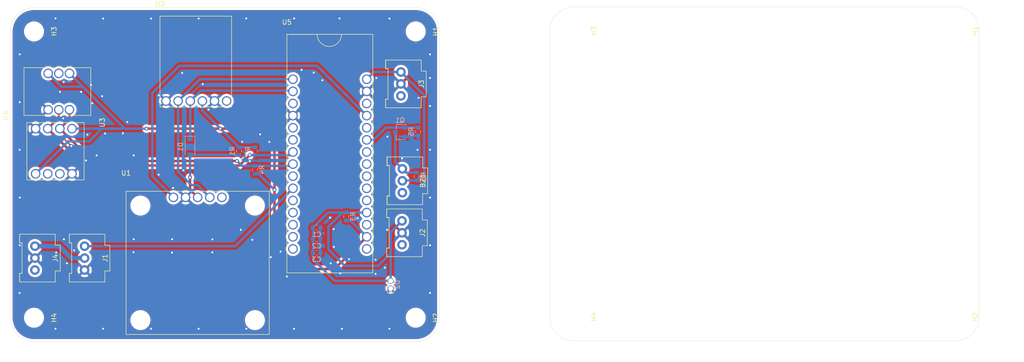
<source format=kicad_pcb>
(kicad_pcb (version 20171130) (host pcbnew "(5.1.9)-1")
  (layers (0 F.Cu signal) (31 B.Cu signal) (34 B.Paste user) (35 F.Paste user) (36 B.SilkS user) (37 F.SilkS user) (38 B.Mask user) (39 F.Mask user) (44 Edge.Cuts user))
  (net 0 "")
  (net 1 "Net-(BZ1-Pad2)")
  (net 2 +9V)
  (net 3 GND)
  (net 4 /FP)
  (net 5 "Net-(D1-Pad2)")
  (net 6 /OL_TXO)
  (net 7 +6V)
  (net 8 /KRS)
  (net 9 "Net-(J2-Pad3)")
  (net 10 "Net-(J3-Pad3)")
  (net 11 "Net-(J4-Pad3)")
  (net 12 /BUZZ)
  (net 13 +3V3)
  (net 14 /I2C_SCL)
  (net 15 +5V)
  (net 16 "Net-(U1-Pad5)")
  (net 17 /OL_RXI)
  (net 18 "Net-(U2-Pad6)")
  (net 19 "Net-(U3-Pad7)")
  (net 20 "Net-(U3-Pad6)")
  (net 21 "Net-(U4-Pad5)")
  (net 22 "Net-(U5-Pad28)")
  (net 23 "Net-(U5-Pad26)")
  (net 24 "Net-(U5-Pad24)")
  (net 25 "Net-(U5-Pad23)")
  (net 26 "Net-(U5-Pad22)")
  (net 27 "Net-(U5-Pad21)")
  (net 28 "Net-(U5-Pad20)")
  (net 29 "Net-(U5-Pad18)")
  (net 30 "Net-(U5-Pad16)")
  (net 31 "Net-(U5-Pad15)")
  (net 32 "Net-(U5-Pad14)")
  (net 33 "Net-(U5-Pad13)")
  (net 34 "Net-(U5-Pad12)")
  (net 35 "Net-(U5-Pad9)")
  (net 36 "Net-(U5-Pad6)")
  (net 37 "Net-(U5-Pad5)")
  (net 38 "Net-(U5-Pad3)")
  (net 39 /I2C_SDA)
  (net 40 "Net-(U5-Pad11)")
  (module MountingHole:MountingHole_3.2mm_M3 (layer F.Cu) (at 161.1 120.05 270)
    (fp_text reference H4 (at 0 -4.2 90) (layer F.SilkS))
    (fp_text value MountingHole)
    (pad 1 np_thru_hole circle (at 0 0 270) (size 3.2 3.2) (drill 3.2) (layers *.Cu *.Mask))
  )
  (module MountingHole:MountingHole_3.2mm_M3 (layer F.Cu) (at 161.1 60.05 270)
    (fp_text reference H3 (at 0 -4.2 90) (layer F.SilkS))
    (fp_text value MountingHole)
    (pad 1 np_thru_hole circle (at 0 0 270) (size 3.2 3.2) (drill 3.2) (layers *.Cu *.Mask))
  )
  (module MountingHole:MountingHole_3.2mm_M3 (layer F.Cu) (at 241.1 120.05 270)
    (fp_text reference H2 (at 0 -4.2 90) (layer F.SilkS))
    (fp_text value MountingHole)
    (pad 1 np_thru_hole circle (at 0 0 270) (size 3.2 3.2) (drill 3.2) (layers *.Cu *.Mask))
  )
  (module MountingHole:MountingHole_3.2mm_M3 (layer F.Cu) (at 241.1 60.05 270)
    (fp_text reference H1 (at 0 -4.2 90) (layer F.SilkS))
    (fp_text value MountingHole)
    (pad 1 np_thru_hole circle (at 0 0 270) (size 3.2 3.2) (drill 3.2) (layers *.Cu *.Mask))
  )
  (module KADA:stm32f303k8 (layer F.Cu) (at 101 60.8)
    (fp_text reference U5 (at 0 -2.54) (layer F.SilkS))
    (fp_text value stm32f303k8)
    (fp_line (start 18 50) (end 0 50) (layer F.SilkS) (width 0.12))
    (fp_line (start 18 0) (end 18 50) (layer F.SilkS) (width 0.12))
    (fp_line (start 0 0) (end 5.08 0) (layer F.SilkS) (width 0.12))
    (fp_line (start 18 0) (end 0 0) (layer F.SilkS) (width 0.12))
    (fp_line (start 0 0) (end 0 50) (layer F.SilkS) (width 0.12))
    (fp_arc (start 8.89 0) (end 6.35 0) (angle -180) (layer F.SilkS) (width 0.12))
    (pad 30 thru_hole circle (at 16.73 9.42) (size 2 2) (drill 1.5) (layers *.Cu *.Mask) (net 2 +9V))
    (pad 29 thru_hole circle (at 16.73 11.96) (size 2 2) (drill 1.5) (layers *.Cu *.Mask) (net 3 GND))
    (pad 28 thru_hole circle (at 16.73 14.5) (size 2 2) (drill 1.5) (layers *.Cu *.Mask) (net 22 "Net-(U5-Pad28)"))
    (pad 27 thru_hole circle (at 16.73 17.04) (size 2 2) (drill 1.5) (layers *.Cu *.Mask) (net 15 +5V))
    (pad 26 thru_hole circle (at 16.73 19.58) (size 2 2) (drill 1.5) (layers *.Cu *.Mask) (net 23 "Net-(U5-Pad26)"))
    (pad 25 thru_hole circle (at 16.73 22.12) (size 2 2) (drill 1.5) (layers *.Cu *.Mask) (net 12 /BUZZ))
    (pad 24 thru_hole circle (at 16.73 24.66) (size 2 2) (drill 1.5) (layers *.Cu *.Mask) (net 24 "Net-(U5-Pad24)"))
    (pad 23 thru_hole circle (at 16.73 27.2) (size 2 2) (drill 1.5) (layers *.Cu *.Mask) (net 25 "Net-(U5-Pad23)"))
    (pad 22 thru_hole circle (at 16.73 29.74) (size 2 2) (drill 1.5) (layers *.Cu *.Mask) (net 26 "Net-(U5-Pad22)"))
    (pad 21 thru_hole circle (at 16.73 32.28) (size 2 2) (drill 1.5) (layers *.Cu *.Mask) (net 27 "Net-(U5-Pad21)"))
    (pad 20 thru_hole circle (at 16.73 34.82) (size 2 2) (drill 1.5) (layers *.Cu *.Mask) (net 28 "Net-(U5-Pad20)"))
    (pad 19 thru_hole circle (at 16.73 37.36) (size 2 2) (drill 1.5) (layers *.Cu *.Mask) (net 4 /FP))
    (pad 18 thru_hole circle (at 16.73 39.9) (size 2 2) (drill 1.5) (layers *.Cu *.Mask) (net 29 "Net-(U5-Pad18)"))
    (pad 17 thru_hole circle (at 16.73 42.44) (size 2 2) (drill 1.5) (layers *.Cu *.Mask) (net 13 +3V3))
    (pad 16 thru_hole circle (at 16.73 44.98) (size 2 2) (drill 1.5) (layers *.Cu *.Mask) (net 30 "Net-(U5-Pad16)"))
    (pad 15 thru_hole circle (at 1.27 44.98) (size 2 2) (drill 1.5) (layers *.Cu *.Mask) (net 31 "Net-(U5-Pad15)"))
    (pad 14 thru_hole circle (at 1.27 42.44) (size 2 2) (drill 1.5) (layers *.Cu *.Mask) (net 32 "Net-(U5-Pad14)"))
    (pad 13 thru_hole circle (at 1.27 39.9) (size 2 2) (drill 1.5) (layers *.Cu *.Mask) (net 33 "Net-(U5-Pad13)"))
    (pad 12 thru_hole circle (at 1.27 37.36) (size 2 2) (drill 1.5) (layers *.Cu *.Mask) (net 34 "Net-(U5-Pad12)"))
    (pad 11 thru_hole circle (at 1.27 34.82) (size 2 2) (drill 1.5) (layers *.Cu *.Mask) (net 40 "Net-(U5-Pad11)"))
    (pad 10 thru_hole circle (at 1.27 32.28) (size 2 2) (drill 1.5) (layers *.Cu *.Mask) (net 8 /KRS))
    (pad 9 thru_hole circle (at 1.27 29.74) (size 2 2) (drill 1.5) (layers *.Cu *.Mask) (net 35 "Net-(U5-Pad9)"))
    (pad 8 thru_hole circle (at 1.27 27.2) (size 2 2) (drill 1.5) (layers *.Cu *.Mask) (net 14 /I2C_SCL))
    (pad 7 thru_hole circle (at 1.27 24.66) (size 2 2) (drill 1.5) (layers *.Cu *.Mask) (net 39 /I2C_SDA))
    (pad 6 thru_hole circle (at 1.27 22.12) (size 2 2) (drill 1.5) (layers *.Cu *.Mask) (net 36 "Net-(U5-Pad6)"))
    (pad 5 thru_hole circle (at 1.27 19.58) (size 2 2) (drill 1.5) (layers *.Cu *.Mask) (net 37 "Net-(U5-Pad5)"))
    (pad 4 thru_hole circle (at 1.27 17.04) (size 2 2) (drill 1.5) (layers *.Cu *.Mask) (net 3 GND))
    (pad 3 thru_hole circle (at 1.27 14.5) (size 2 2) (drill 1.5) (layers *.Cu *.Mask) (net 38 "Net-(U5-Pad3)"))
    (pad 2 thru_hole circle (at 1.27 11.96) (size 2 2) (drill 1.5) (layers *.Cu *.Mask) (net 6 /OL_TXO))
    (pad 1 thru_hole circle (at 1.27 9.42) (size 2 2) (drill 1.5) (layers *.Cu *.Mask) (net 17 /OL_RXI))
  )
  (module Diode_SMD:D_SOD-123 (layer B.Cu) (at 80.7 84.4 270)
    (fp_text reference D1 (at 0 2 90) (layer B.SilkS) (effects (justify mirror)))
    (fp_text value 1N4148)
    (fp_line (start -2.25 1) (end 1.65 1) (layer B.SilkS) (width 0.12))
    (fp_line (start -2.25 -1) (end 1.65 -1) (layer B.SilkS) (width 0.12))
    (fp_line (start -2.25 1) (end -2.25 -1) (layer B.SilkS) (width 0.12))
    (pad 2 smd rect (at 1.65 0 270) (size 0.9 1.2) (layers B.Cu B.Paste B.Mask) (net 5 "Net-(D1-Pad2)"))
    (pad 1 smd rect (at -1.65 0 270) (size 0.9 1.2) (layers B.Cu B.Paste B.Mask) (net 6 /OL_TXO))
  )
  (module Package_TO_SOT_SMD:SOT-23 (layer B.Cu) (at 124.7 81.3 180)
    (fp_text reference Q1 (at 0 2.5) (layer B.SilkS) (effects (justify mirror)))
    (fp_text value 2N7002K)
    (fp_line (start 0.76 -1.58) (end 0.76 -0.65) (layer B.SilkS) (width 0.12))
    (fp_line (start 0.76 1.58) (end 0.76 0.65) (layer B.SilkS) (width 0.12))
    (fp_line (start 0.76 1.58) (end -1.4 1.58) (layer B.SilkS) (width 0.12))
    (fp_line (start 0.76 -1.58) (end -0.7 -1.58) (layer B.SilkS) (width 0.12))
    (pad 3 smd rect (at 1 0 180) (size 0.9 0.8) (layers B.Cu B.Paste B.Mask) (net 1 "Net-(BZ1-Pad2)"))
    (pad 2 smd rect (at -1 -0.95 180) (size 0.9 0.8) (layers B.Cu B.Paste B.Mask) (net 3 GND))
    (pad 1 smd rect (at -1 0.95 180) (size 0.9 0.8) (layers B.Cu B.Paste B.Mask) (net 12 /BUZZ))
  )
  (module KUT:Hirose_DF1E_DF1E-3P-2.5DS_1x03_P2.5mm_Vertical (layer F.Cu) (at 58.6 105.2 270)
    (fp_text reference J1 (at 2.5 -4.3 90) (layer F.SilkS))
    (fp_text value servo_motor)
    (fp_line (start -2.5 3.2) (end -0.7 3.2) (layer F.SilkS) (width 0.12))
    (fp_line (start -0.7 3.2) (end -0.7 2.7) (layer F.SilkS) (width 0.12))
    (fp_line (start 7.5 3.2) (end 5.7 3.2) (layer F.SilkS) (width 0.12))
    (fp_line (start 5.7 3.2) (end 5.7 2.7) (layer F.SilkS) (width 0.12))
    (fp_line (start -0.2 -5.3) (end -0.2 -4.25) (layer F.SilkS) (width 0.12))
    (fp_line (start -0.2 -4.25) (end -2.5 -4.25) (layer F.SilkS) (width 0.12))
    (fp_line (start -2.5 3.2) (end -0.7 3.2) (layer F.SilkS) (width 0.12))
    (fp_line (start -0.7 3.2) (end -0.7 2.7) (layer F.SilkS) (width 0.12))
    (fp_line (start -0.7 2.7) (end 5.7 2.7) (layer F.SilkS) (width 0.12))
    (fp_line (start 5.7 2.7) (end 5.7 3.2) (layer F.SilkS) (width 0.12))
    (fp_line (start 5.7 3.2) (end 7.5 3.2) (layer F.SilkS) (width 0.12))
    (fp_line (start 7.5 -4.25) (end 5.2 -4.25) (layer F.SilkS) (width 0.12))
    (fp_line (start 5.2 -4.25) (end 5.2 -5.3) (layer F.SilkS) (width 0.12))
    (fp_line (start 5.2 -5.3) (end -0.2 -5.3) (layer F.SilkS) (width 0.12))
    (fp_line (start -2.5 -4.25) (end -2.5 3.2) (layer F.SilkS) (width 0.12))
    (fp_line (start 7.5 3.2) (end 7.5 -4.25) (layer F.SilkS) (width 0.12))
    (pad 3 thru_hole circle (at 5 0 270) (size 2 2) (drill 1.1) (layers *.Cu *.Mask) (net 3 GND))
    (pad 2 thru_hole circle (at 2.5 0 270) (size 2 2) (drill 1.1) (layers *.Cu *.Mask) (net 7 +6V))
    (pad 1 thru_hole circle (at 0 0 270) (size 2 2) (drill 1.1) (layers *.Cu *.Mask) (net 8 /KRS))
  )
  (module KADA:BMX055 (layer F.Cu) (at 45.9 77.8 90)
    (fp_text reference U4 (at 0 -3.81 90) (layer F.SilkS))
    (fp_text value BMX055)
    (fp_line (start 10 0) (end 10 14) (layer F.SilkS) (width 0.12))
    (fp_line (start 0 14) (end 10 14) (layer F.SilkS) (width 0.12))
    (fp_line (start 0 0) (end 0 14) (layer F.SilkS) (width 0.12))
    (fp_line (start 0 0) (end 10 0) (layer F.SilkS) (width 0.12))
    (pad 4 thru_hole circle (at 8.81 9.53 90) (size 2 2) (drill 1.5) (layers *.Cu *.Mask) (net 13 +3V3))
    (pad 5 thru_hole circle (at 8.81 7.3 90) (size 2 2) (drill 1.5) (layers *.Cu *.Mask) (net 21 "Net-(U4-Pad5)"))
    (pad 6 thru_hole circle (at 8.81 5.07 90) (size 2 2) (drill 1.5) (layers *.Cu *.Mask) (net 13 +3V3))
    (pad 3 thru_hole circle (at 1.19 9.53 90) (size 2 2) (drill 1.5) (layers *.Cu *.Mask) (net 14 /I2C_SCL))
    (pad 2 thru_hole circle (at 1.19 7.3 90) (size 2 2) (drill 1.5) (layers *.Cu *.Mask) (net 39 /I2C_SDA))
    (pad 1 thru_hole circle (at 1.19 5.07 90) (size 2 2) (drill 1.5) (layers *.Cu *.Mask) (net 3 GND))
  )
  (module KADA:LPS25HB (layer F.Cu) (at 58.5 79.3 270)
    (fp_text reference U3 (at 0 -3.81 90) (layer F.SilkS))
    (fp_text value LPS25HB)
    (fp_line (start 0 0) (end 12 0) (layer F.SilkS) (width 0.12))
    (fp_line (start 0 0) (end 0 12) (layer F.SilkS) (width 0.12))
    (fp_line (start 0 12) (end 12 12) (layer F.SilkS) (width 0.12))
    (fp_line (start 12 0) (end 12 12) (layer F.SilkS) (width 0.12))
    (pad 8 thru_hole circle (at 10.73 2.54 270) (size 2 2) (drill 1.5) (layers *.Cu *.Mask) (net 3 GND))
    (pad 7 thru_hole circle (at 10.73 5.08 270) (size 2 2) (drill 1.5) (layers *.Cu *.Mask) (net 19 "Net-(U3-Pad7)"))
    (pad 6 thru_hole circle (at 10.73 7.62 270) (size 2 2) (drill 1.5) (layers *.Cu *.Mask) (net 20 "Net-(U3-Pad6)"))
    (pad 5 thru_hole circle (at 10.73 10.16 270) (size 2 2) (drill 1.5) (layers *.Cu *.Mask) (net 13 +3V3))
    (pad 4 thru_hole circle (at 1.27 10.16 270) (size 2 2) (drill 1.5) (layers *.Cu *.Mask) (net 3 GND))
    (pad 3 thru_hole circle (at 1.27 7.62 270) (size 2 2) (drill 1.5) (layers *.Cu *.Mask) (net 39 /I2C_SDA))
    (pad 2 thru_hole circle (at 1.27 5.08 270) (size 2 2) (drill 1.5) (layers *.Cu *.Mask) (net 14 /I2C_SCL))
    (pad 1 thru_hole circle (at 1.27 2.54 270) (size 2 2) (drill 1.5) (layers *.Cu *.Mask) (net 13 +3V3))
  )
  (module KADA:Openlog (layer F.Cu) (at 74.4 57)
    (fp_text reference U2 (at 0 -2.54) (layer F.SilkS))
    (fp_text value openlog)
    (fp_line (start 15 0) (end 15 19) (layer F.SilkS) (width 0.12))
    (fp_line (start 0 19) (end 15 19) (layer F.SilkS) (width 0.12))
    (fp_line (start 0 0) (end 0 19) (layer F.SilkS) (width 0.12))
    (fp_line (start 0 0) (end 15 0) (layer F.SilkS) (width 0.12))
    (pad 6 thru_hole circle (at 13.97 17.78) (size 2 2) (drill 1.5) (layers *.Cu *.Mask) (net 18 "Net-(U2-Pad6)"))
    (pad 5 thru_hole circle (at 11.43 17.78) (size 2 2) (drill 1.5) (layers *.Cu *.Mask) (net 3 GND))
    (pad 4 thru_hole circle (at 8.89 17.78) (size 2 2) (drill 1.5) (layers *.Cu *.Mask) (net 13 +3V3))
    (pad 3 thru_hole circle (at 6.35 17.78) (size 2 2) (drill 1.5) (layers *.Cu *.Mask) (net 6 /OL_TXO))
    (pad 2 thru_hole circle (at 3.81 17.78) (size 2 2) (drill 1.5) (layers *.Cu *.Mask) (net 17 /OL_RXI))
    (pad 1 thru_hole circle (at 1.27 17.78) (size 2 2) (drill 1.5) (layers *.Cu *.Mask) (net 3 GND))
  )
  (module KADA:GYSFDMAXB (layer F.Cu) (at 67.3 93.7)
    (fp_text reference U1 (at 0 -3.81) (layer F.SilkS))
    (fp_text value GYSFDMAXB)
    (fp_line (start 0 0) (end 30 0) (layer F.SilkS) (width 0.12))
    (fp_line (start 0 0) (end 0 30) (layer F.SilkS) (width 0.12))
    (fp_line (start 0 30) (end 30 30) (layer F.SilkS) (width 0.12))
    (fp_line (start 30 0) (end 30 30) (layer F.SilkS) (width 0.12))
    (pad "" np_thru_hole circle (at 27 27) (size 3.2 3.2) (drill 3.2) (layers *.Cu *.Mask))
    (pad "" np_thru_hole circle (at 3 27) (size 3.2 3.2) (drill 3.2) (layers *.Cu *.Mask))
    (pad "" np_thru_hole circle (at 27 3) (size 3.2 3.2) (drill 3.2) (layers *.Cu *.Mask))
    (pad "" np_thru_hole circle (at 3 3) (size 3.2 3.2) (drill 3.2) (layers *.Cu *.Mask))
    (pad 1 thru_hole circle (at 9.92 1.27) (size 2 2) (drill 1.5) (layers *.Cu *.Mask) (net 15 +5V))
    (pad 2 thru_hole circle (at 12.46 1.27) (size 2 2) (drill 1.5) (layers *.Cu *.Mask) (net 3 GND))
    (pad 5 thru_hole circle (at 20.08 1.27) (size 2 2) (drill 1.5) (layers *.Cu *.Mask) (net 16 "Net-(U1-Pad5)"))
    (pad 4 thru_hole circle (at 17.54 1.27) (size 2 2) (drill 1.5) (layers *.Cu *.Mask) (net 17 /OL_RXI))
    (pad 3 thru_hole circle (at 15 1.27) (size 2 2) (drill 1.5) (layers *.Cu *.Mask) (net 5 "Net-(D1-Pad2)"))
  )
  (module Resistor_SMD:R_0603_1608Metric (layer B.Cu) (at 128.2 90.6 90)
    (fp_text reference R6 (at 0 1.43 90) (layer B.SilkS) (effects (justify mirror)))
    (fp_text value 1k)
    (fp_line (start -0.237258 0.5225) (end 0.237258 0.5225) (layer B.SilkS) (width 0.12))
    (fp_line (start -0.237258 -0.5225) (end 0.237258 -0.5225) (layer B.SilkS) (width 0.12))
    (pad 2 smd roundrect (at 0.825 0 90) (size 0.8 0.95) (layers B.Cu B.Paste B.Mask) (net 1 "Net-(BZ1-Pad2)"))
    (pad 1 smd roundrect (at -0.825 0 90) (size 0.8 0.95) (layers B.Cu B.Paste B.Mask) (net 2 +9V))
  )
  (module Resistor_SMD:R_0603_1608Metric (layer B.Cu) (at 128.5 81.2 270)
    (fp_text reference R5 (at 0 1.43 90) (layer B.SilkS) (effects (justify mirror)))
    (fp_text value 1k)
    (fp_line (start -0.237258 0.5225) (end 0.237258 0.5225) (layer B.SilkS) (width 0.12))
    (fp_line (start -0.237258 -0.5225) (end 0.237258 -0.5225) (layer B.SilkS) (width 0.12))
    (pad 2 smd roundrect (at 0.825 0 270) (size 0.8 0.95) (layers B.Cu B.Paste B.Mask) (net 3 GND))
    (pad 1 smd roundrect (at -0.825 0 270) (size 0.8 0.95) (layers B.Cu B.Paste B.Mask) (net 12 /BUZZ))
  )
  (module Resistor_SMD:R_0603_1608Metric (layer B.Cu) (at 94.3 89.2 90)
    (fp_text reference R4 (at 0 1.43 90) (layer B.SilkS) (effects (justify mirror)))
    (fp_text value 10k)
    (fp_line (start -0.237258 0.5225) (end 0.237258 0.5225) (layer B.SilkS) (width 0.12))
    (fp_line (start -0.237258 -0.5225) (end 0.237258 -0.5225) (layer B.SilkS) (width 0.12))
    (pad 2 smd roundrect (at 0.825 0 90) (size 0.8 0.95) (layers B.Cu B.Paste B.Mask) (net 14 /I2C_SCL))
    (pad 1 smd roundrect (at -0.825 0 90) (size 0.8 0.95) (layers B.Cu B.Paste B.Mask) (net 13 +3V3))
  )
  (module Resistor_SMD:R_0603_1608Metric (layer B.Cu) (at 113.45 98.975 90)
    (fp_text reference R3 (at 0 1.43 90) (layer B.SilkS) (effects (justify mirror)))
    (fp_text value 1k)
    (fp_line (start -0.237258 0.5225) (end 0.237258 0.5225) (layer B.SilkS) (width 0.12))
    (fp_line (start -0.237258 -0.5225) (end 0.237258 -0.5225) (layer B.SilkS) (width 0.12))
    (pad 2 smd roundrect (at 0.825 0 90) (size 0.8 0.95) (layers B.Cu B.Paste B.Mask) (net 4 /FP))
    (pad 1 smd roundrect (at -0.825 0 90) (size 0.8 0.95) (layers B.Cu B.Paste B.Mask) (net 13 +3V3))
  )
  (module Resistor_SMD:R_0603_1608Metric (layer B.Cu) (at 94.3 85.3 270)
    (fp_text reference R2 (at 0 1.43 90) (layer B.SilkS) (effects (justify mirror)))
    (fp_text value 10k)
    (fp_line (start -0.237258 0.5225) (end 0.237258 0.5225) (layer B.SilkS) (width 0.12))
    (fp_line (start -0.237258 -0.5225) (end 0.237258 -0.5225) (layer B.SilkS) (width 0.12))
    (pad 2 smd roundrect (at 0.825 0 270) (size 0.8 0.95) (layers B.Cu B.Paste B.Mask) (net 39 /I2C_SDA))
    (pad 1 smd roundrect (at -0.825 0 270) (size 0.8 0.95) (layers B.Cu B.Paste B.Mask) (net 13 +3V3))
  )
  (module Resistor_SMD:R_0603_1608Metric (layer B.Cu) (at 91 85.3 270)
    (fp_text reference R1 (at 0 1.43 90) (layer B.SilkS) (effects (justify mirror)))
    (fp_text value 10k)
    (fp_line (start -0.237258 0.5225) (end 0.237258 0.5225) (layer B.SilkS) (width 0.12))
    (fp_line (start -0.237258 -0.5225) (end 0.237258 -0.5225) (layer B.SilkS) (width 0.12))
    (pad 2 smd roundrect (at 0.825 0 270) (size 0.8 0.95) (layers B.Cu B.Paste B.Mask) (net 5 "Net-(D1-Pad2)"))
    (pad 1 smd roundrect (at -0.825 0 270) (size 0.8 0.95) (layers B.Cu B.Paste B.Mask) (net 13 +3V3))
  )
  (module KUT:Hirose_DF1E_DF1E-3P-2.5DS_1x03_P2.5mm_Vertical (layer F.Cu) (at 48.2 105.2 270)
    (fp_text reference J4 (at 2.5 -4.3 90) (layer F.SilkS))
    (fp_text value 6V)
    (fp_line (start -2.5 3.2) (end -0.7 3.2) (layer F.SilkS) (width 0.12))
    (fp_line (start -0.7 3.2) (end -0.7 2.7) (layer F.SilkS) (width 0.12))
    (fp_line (start 7.5 3.2) (end 5.7 3.2) (layer F.SilkS) (width 0.12))
    (fp_line (start 5.7 3.2) (end 5.7 2.7) (layer F.SilkS) (width 0.12))
    (fp_line (start -0.2 -5.3) (end -0.2 -4.25) (layer F.SilkS) (width 0.12))
    (fp_line (start -0.2 -4.25) (end -2.5 -4.25) (layer F.SilkS) (width 0.12))
    (fp_line (start -2.5 3.2) (end -0.7 3.2) (layer F.SilkS) (width 0.12))
    (fp_line (start -0.7 3.2) (end -0.7 2.7) (layer F.SilkS) (width 0.12))
    (fp_line (start -0.7 2.7) (end 5.7 2.7) (layer F.SilkS) (width 0.12))
    (fp_line (start 5.7 2.7) (end 5.7 3.2) (layer F.SilkS) (width 0.12))
    (fp_line (start 5.7 3.2) (end 7.5 3.2) (layer F.SilkS) (width 0.12))
    (fp_line (start 7.5 -4.25) (end 5.2 -4.25) (layer F.SilkS) (width 0.12))
    (fp_line (start 5.2 -4.25) (end 5.2 -5.3) (layer F.SilkS) (width 0.12))
    (fp_line (start 5.2 -5.3) (end -0.2 -5.3) (layer F.SilkS) (width 0.12))
    (fp_line (start -2.5 -4.25) (end -2.5 3.2) (layer F.SilkS) (width 0.12))
    (fp_line (start 7.5 3.2) (end 7.5 -4.25) (layer F.SilkS) (width 0.12))
    (pad 3 thru_hole circle (at 5 0 270) (size 2 2) (drill 1.1) (layers *.Cu *.Mask) (net 11 "Net-(J4-Pad3)"))
    (pad 2 thru_hole circle (at 2.5 0 270) (size 2 2) (drill 1.1) (layers *.Cu *.Mask) (net 3 GND))
    (pad 1 thru_hole circle (at 0 0 270) (size 2 2) (drill 1.1) (layers *.Cu *.Mask) (net 7 +6V))
  )
  (module KUT:Hirose_DF1E_DF1E-3P-2.5DS_1x03_P2.5mm_Vertical (layer F.Cu) (at 124.9 68.7 270)
    (fp_text reference J3 (at 2.5 -4.3 90) (layer F.SilkS))
    (fp_text value 9V)
    (fp_line (start -2.5 3.2) (end -0.7 3.2) (layer F.SilkS) (width 0.12))
    (fp_line (start -0.7 3.2) (end -0.7 2.7) (layer F.SilkS) (width 0.12))
    (fp_line (start 7.5 3.2) (end 5.7 3.2) (layer F.SilkS) (width 0.12))
    (fp_line (start 5.7 3.2) (end 5.7 2.7) (layer F.SilkS) (width 0.12))
    (fp_line (start -0.2 -5.3) (end -0.2 -4.25) (layer F.SilkS) (width 0.12))
    (fp_line (start -0.2 -4.25) (end -2.5 -4.25) (layer F.SilkS) (width 0.12))
    (fp_line (start -2.5 3.2) (end -0.7 3.2) (layer F.SilkS) (width 0.12))
    (fp_line (start -0.7 3.2) (end -0.7 2.7) (layer F.SilkS) (width 0.12))
    (fp_line (start -0.7 2.7) (end 5.7 2.7) (layer F.SilkS) (width 0.12))
    (fp_line (start 5.7 2.7) (end 5.7 3.2) (layer F.SilkS) (width 0.12))
    (fp_line (start 5.7 3.2) (end 7.5 3.2) (layer F.SilkS) (width 0.12))
    (fp_line (start 7.5 -4.25) (end 5.2 -4.25) (layer F.SilkS) (width 0.12))
    (fp_line (start 5.2 -4.25) (end 5.2 -5.3) (layer F.SilkS) (width 0.12))
    (fp_line (start 5.2 -5.3) (end -0.2 -5.3) (layer F.SilkS) (width 0.12))
    (fp_line (start -2.5 -4.25) (end -2.5 3.2) (layer F.SilkS) (width 0.12))
    (fp_line (start 7.5 3.2) (end 7.5 -4.25) (layer F.SilkS) (width 0.12))
    (pad 3 thru_hole circle (at 5 0 270) (size 2 2) (drill 1.1) (layers *.Cu *.Mask) (net 10 "Net-(J3-Pad3)"))
    (pad 2 thru_hole circle (at 2.5 0 270) (size 2 2) (drill 1.1) (layers *.Cu *.Mask) (net 3 GND))
    (pad 1 thru_hole circle (at 0 0 270) (size 2 2) (drill 1.1) (layers *.Cu *.Mask) (net 2 +9V))
  )
  (module KUT:Hirose_DF1E_DF1E-3P-2.5DS_1x03_P2.5mm_Vertical (layer F.Cu) (at 125.125 99.9 270)
    (fp_text reference J2 (at 2.5 -4.3 90) (layer F.SilkS))
    (fp_text value Flyte_Pin)
    (fp_line (start 7.5 3.2) (end 7.5 -4.25) (layer F.SilkS) (width 0.12))
    (fp_line (start -2.5 -4.25) (end -2.5 3.2) (layer F.SilkS) (width 0.12))
    (fp_line (start 5.2 -5.3) (end -0.2 -5.3) (layer F.SilkS) (width 0.12))
    (fp_line (start 5.2 -4.25) (end 5.2 -5.3) (layer F.SilkS) (width 0.12))
    (fp_line (start 7.5 -4.25) (end 5.2 -4.25) (layer F.SilkS) (width 0.12))
    (fp_line (start 5.7 3.2) (end 7.5 3.2) (layer F.SilkS) (width 0.12))
    (fp_line (start 5.7 2.7) (end 5.7 3.2) (layer F.SilkS) (width 0.12))
    (fp_line (start -0.7 2.7) (end 5.7 2.7) (layer F.SilkS) (width 0.12))
    (fp_line (start -0.7 3.2) (end -0.7 2.7) (layer F.SilkS) (width 0.12))
    (fp_line (start -2.5 3.2) (end -0.7 3.2) (layer F.SilkS) (width 0.12))
    (fp_line (start -0.2 -4.25) (end -2.5 -4.25) (layer F.SilkS) (width 0.12))
    (fp_line (start -0.2 -5.3) (end -0.2 -4.25) (layer F.SilkS) (width 0.12))
    (fp_line (start 5.7 3.2) (end 5.7 2.7) (layer F.SilkS) (width 0.12))
    (fp_line (start 7.5 3.2) (end 5.7 3.2) (layer F.SilkS) (width 0.12))
    (fp_line (start -0.7 3.2) (end -0.7 2.7) (layer F.SilkS) (width 0.12))
    (fp_line (start -2.5 3.2) (end -0.7 3.2) (layer F.SilkS) (width 0.12))
    (pad 1 thru_hole circle (at 0 0 270) (size 2 2) (drill 1.1) (layers *.Cu *.Mask) (net 4 /FP))
    (pad 2 thru_hole circle (at 2.5 0 270) (size 2 2) (drill 1.1) (layers *.Cu *.Mask) (net 3 GND))
    (pad 3 thru_hole circle (at 5 0 270) (size 2 2) (drill 1.1) (layers *.Cu *.Mask) (net 9 "Net-(J2-Pad3)"))
  )
  (module MountingHole:MountingHole_3.2mm_M3 (layer F.Cu) (at 48 120.2 270)
    (fp_text reference H4 (at 0 -4.2 90) (layer F.SilkS))
    (fp_text value MountingHole)
    (pad 1 np_thru_hole circle (at 0 0 270) (size 3.2 3.2) (drill 3.2) (layers *.Cu *.Mask))
  )
  (module MountingHole:MountingHole_3.2mm_M3 (layer F.Cu) (at 48 60.2 270)
    (fp_text reference H3 (at 0 -4.2 90) (layer F.SilkS))
    (fp_text value MountingHole)
    (pad 1 np_thru_hole circle (at 0 0 270) (size 3.2 3.2) (drill 3.2) (layers *.Cu *.Mask))
  )
  (module MountingHole:MountingHole_3.2mm_M3 (layer F.Cu) (at 128 120.2 270)
    (fp_text reference H2 (at 0 -4.2 90) (layer F.SilkS))
    (fp_text value MountingHole)
    (pad 1 np_thru_hole circle (at 0 0 270) (size 3.2 3.2) (drill 3.2) (layers *.Cu *.Mask))
  )
  (module MountingHole:MountingHole_3.2mm_M3 (layer F.Cu) (at 128 60.2 270)
    (fp_text reference H1 (at 0 -4.2 90) (layer F.SilkS))
    (fp_text value MountingHole)
    (pad 1 np_thru_hole circle (at 0 0 270) (size 3.2 3.2) (drill 3.2) (layers *.Cu *.Mask))
  )
  (module LED_SMD:LED_0603_1608Metric_Castellated (layer B.Cu) (at 122.75 113.275 90)
    (fp_text reference D2 (at 0 1.38 90) (layer B.SilkS) (effects (justify mirror)))
    (fp_text value LED)
    (fp_line (start 0.8 0.685) (end -1.685 0.685) (layer B.SilkS) (width 0.12))
    (fp_line (start -1.685 0.685) (end -1.685 -0.685) (layer B.SilkS) (width 0.12))
    (fp_line (start -1.685 -0.685) (end 0.8 -0.685) (layer B.SilkS) (width 0.12))
    (pad 2 thru_hole circle (at 0.8125 0 90) (size 1.225 1.225) (drill 1) (layers *.Cu *.Mask) (net 4 /FP))
    (pad 1 thru_hole circle (at -0.8125 0 90) (size 1.225 1.225) (drill 1) (layers *.Cu *.Mask) (net 3 GND))
  )
  (module Capacitor_SMD:C_0603_1608Metric (layer B.Cu) (at 107.25 106.55)
    (fp_text reference C3 (at 0 1.43) (layer B.SilkS) (effects (justify mirror)))
    (fp_text value 10u)
    (fp_line (start -0.14058 0.51) (end 0.14058 0.51) (layer B.SilkS) (width 0.12))
    (fp_line (start -0.14058 -0.51) (end 0.14058 -0.51) (layer B.SilkS) (width 0.12))
    (pad 2 smd roundrect (at 0.775 0) (size 0.9 0.95) (layers B.Cu B.Paste B.Mask) (net 3 GND))
    (pad 1 smd roundrect (at -0.775 0) (size 0.9 0.95) (layers B.Cu B.Paste B.Mask) (net 4 /FP))
  )
  (module Capacitor_SMD:C_0603_1608Metric (layer B.Cu) (at 107.25 103.725)
    (fp_text reference C2 (at 0 1.43) (layer B.SilkS) (effects (justify mirror)))
    (fp_text value 1u)
    (fp_line (start -0.14058 0.51) (end 0.14058 0.51) (layer B.SilkS) (width 0.12))
    (fp_line (start -0.14058 -0.51) (end 0.14058 -0.51) (layer B.SilkS) (width 0.12))
    (pad 2 smd roundrect (at 0.775 0) (size 0.9 0.95) (layers B.Cu B.Paste B.Mask) (net 3 GND))
    (pad 1 smd roundrect (at -0.775 0) (size 0.9 0.95) (layers B.Cu B.Paste B.Mask) (net 4 /FP))
  )
  (module Capacitor_SMD:C_0603_1608Metric (layer B.Cu) (at 107.25 101.3)
    (fp_text reference C1 (at 0 1.43) (layer B.SilkS) (effects (justify mirror)))
    (fp_text value 0.1u)
    (fp_line (start -0.14058 0.51) (end 0.14058 0.51) (layer B.SilkS) (width 0.12))
    (fp_line (start -0.14058 -0.51) (end 0.14058 -0.51) (layer B.SilkS) (width 0.12))
    (pad 2 smd roundrect (at 0.775 0) (size 0.9 0.95) (layers B.Cu B.Paste B.Mask) (net 3 GND))
    (pad 1 smd roundrect (at -0.775 0) (size 0.9 0.95) (layers B.Cu B.Paste B.Mask) (net 4 /FP))
  )
  (module KUT:Hirose_DF1E_DF1E-3P-2.5DS_1x03_P2.5mm_Vertical (layer F.Cu) (at 125.2 89 270)
    (fp_text reference BZ1 (at 2.5 -4.3 90) (layer F.SilkS))
    (fp_text value Buzzer)
    (fp_line (start -2.5 3.2) (end -0.7 3.2) (layer F.SilkS) (width 0.12))
    (fp_line (start -0.7 3.2) (end -0.7 2.7) (layer F.SilkS) (width 0.12))
    (fp_line (start 7.5 3.2) (end 5.7 3.2) (layer F.SilkS) (width 0.12))
    (fp_line (start 5.7 3.2) (end 5.7 2.7) (layer F.SilkS) (width 0.12))
    (fp_line (start -0.2 -5.3) (end -0.2 -4.25) (layer F.SilkS) (width 0.12))
    (fp_line (start -0.2 -4.25) (end -2.5 -4.25) (layer F.SilkS) (width 0.12))
    (fp_line (start -2.5 3.2) (end -0.7 3.2) (layer F.SilkS) (width 0.12))
    (fp_line (start -0.7 3.2) (end -0.7 2.7) (layer F.SilkS) (width 0.12))
    (fp_line (start -0.7 2.7) (end 5.7 2.7) (layer F.SilkS) (width 0.12))
    (fp_line (start 5.7 2.7) (end 5.7 3.2) (layer F.SilkS) (width 0.12))
    (fp_line (start 5.7 3.2) (end 7.5 3.2) (layer F.SilkS) (width 0.12))
    (fp_line (start 7.5 -4.25) (end 5.2 -4.25) (layer F.SilkS) (width 0.12))
    (fp_line (start 5.2 -4.25) (end 5.2 -5.3) (layer F.SilkS) (width 0.12))
    (fp_line (start 5.2 -5.3) (end -0.2 -5.3) (layer F.SilkS) (width 0.12))
    (fp_line (start -2.5 -4.25) (end -2.5 3.2) (layer F.SilkS) (width 0.12))
    (fp_line (start 7.5 3.2) (end 7.5 -4.25) (layer F.SilkS) (width 0.12))
    (pad 3 thru_hole circle (at 5 0 270) (size 2 2) (drill 1.1) (layers *.Cu *.Mask))
    (pad 2 thru_hole circle (at 2.5 0 270) (size 2 2) (drill 1.1) (layers *.Cu *.Mask) (net 2 +9V))
    (pad 1 thru_hole circle (at 0 0 270) (size 2 2) (drill 1.1) (layers *.Cu *.Mask) (net 1 "Net-(BZ1-Pad2)"))
  )
  (gr_line (start 241.1 125.05) (end 161.1 125.05) (layer Edge.Cuts) (width 0.05))
  (gr_arc (start 241.1 120.05) (end 241.1 125.05) (angle -90) (layer Edge.Cuts) (width 0.05))
  (gr_arc (start 241.1 60.05) (end 246.1 60.05) (angle -90) (layer Edge.Cuts) (width 0.05))
  (gr_line (start 156.1 60.05) (end 156.1 120.05) (layer Edge.Cuts) (width 0.05))
  (gr_arc (start 161.1 120.05) (end 156.1 120.05) (angle -90) (layer Edge.Cuts) (width 0.05))
  (gr_line (start 241.1 55.05) (end 161.1 55.05) (layer Edge.Cuts) (width 0.05))
  (gr_line (start 246.1 60.05) (end 246.1 120.05) (layer Edge.Cuts) (width 0.05))
  (gr_arc (start 161.1 60.05) (end 161.1 55.05) (angle -90) (layer Edge.Cuts) (width 0.05))
  (gr_line (start 133 60.2) (end 133 120.2) (layer Edge.Cuts) (width 0.05))
  (gr_arc (start 128 120.2) (end 128 125.2) (angle -90) (layer Edge.Cuts) (width 0.05))
  (gr_arc (start 128 60.2) (end 133 60.2) (angle -90) (layer Edge.Cuts) (width 0.05))
  (gr_arc (start 48 120.2) (end 43 120.2) (angle -90) (layer Edge.Cuts) (width 0.05))
  (gr_arc (start 48 60.2) (end 48 55.2) (angle -90) (layer Edge.Cuts) (width 0.05))
  (gr_line (start 128 125.2) (end 48 125.2) (layer Edge.Cuts) (width 0.05))
  (gr_line (start 43 60.2) (end 43 120.2) (layer Edge.Cuts) (width 0.05))
  (gr_line (start 128 55.2) (end 48 55.2) (layer Edge.Cuts) (width 0.05))
  (segment (start 123.7 87.5) (end 125.2 89) (width 0.5) (layer B.Cu) (net 1))
  (segment (start 123.7 81.3) (end 123.7 87.5) (width 0.5) (layer B.Cu) (net 1))
  (segment (start 125.975 89.775) (end 125.2 89) (width 0.5) (layer B.Cu) (net 1))
  (segment (start 128.2 89.775) (end 125.975 89.775) (width 0.5) (layer B.Cu) (net 1))
  (segment (start 125.275 91.425) (end 125.2 91.5) (width 0.5) (layer B.Cu) (net 2))
  (segment (start 128.2 91.425) (end 125.275 91.425) (width 0.5) (layer B.Cu) (net 2))
  (segment (start 119.25 68.7) (end 117.73 70.22) (width 0.5) (layer B.Cu) (net 2))
  (segment (start 124.9 68.7) (end 119.25 68.7) (width 0.5) (layer B.Cu) (net 2))
  (segment (start 124.9 68.7) (end 129.775 73.575) (width 0.5) (layer B.Cu) (net 2))
  (segment (start 129.775 89.85) (end 128.2 91.425) (width 0.5) (layer B.Cu) (net 2))
  (segment (start 129.775 73.575) (end 129.775 89.85) (width 0.5) (layer B.Cu) (net 2))
  (via (at 122.5 57.5) (size 0.8) (drill 0.4) (layers F.Cu B.Cu) (net 3))
  (via (at 112.025 57.475) (size 0.8) (drill 0.4) (layers F.Cu B.Cu) (net 3))
  (via (at 102.525 57.475) (size 0.8) (drill 0.4) (layers F.Cu B.Cu) (net 3))
  (via (at 92.475 57.475) (size 0.8) (drill 0.4) (layers F.Cu B.Cu) (net 3))
  (via (at 82.5 57.5) (size 0.8) (drill 0.4) (layers F.Cu B.Cu) (net 3))
  (via (at 72.55 57.5) (size 0.8) (drill 0.4) (layers F.Cu B.Cu) (net 3))
  (via (at 62.5 57.5) (size 0.8) (drill 0.4) (layers F.Cu B.Cu) (net 3))
  (via (at 52.5 57.475) (size 0.8) (drill 0.4) (layers F.Cu B.Cu) (net 3))
  (via (at 45 65) (size 0.8) (drill 0.4) (layers F.Cu B.Cu) (net 3))
  (via (at 45 75.025) (size 0.8) (drill 0.4) (layers F.Cu B.Cu) (net 3))
  (via (at 45 85) (size 0.8) (drill 0.4) (layers F.Cu B.Cu) (net 3))
  (via (at 45.025 95.025) (size 0.8) (drill 0.4) (layers F.Cu B.Cu) (net 3))
  (via (at 45.025 105.025) (size 0.8) (drill 0.4) (layers F.Cu B.Cu) (net 3))
  (via (at 45 115) (size 0.8) (drill 0.4) (layers F.Cu B.Cu) (net 3))
  (via (at 52.5 122.5) (size 0.8) (drill 0.4) (layers F.Cu B.Cu) (net 3))
  (via (at 62.5 122.5) (size 0.8) (drill 0.4) (layers F.Cu B.Cu) (net 3))
  (via (at 72.525 122.5) (size 0.8) (drill 0.4) (layers F.Cu B.Cu) (net 3))
  (via (at 82.5 122.5) (size 0.8) (drill 0.4) (layers F.Cu B.Cu) (net 3))
  (via (at 92.5 122.5) (size 0.8) (drill 0.4) (layers F.Cu B.Cu) (net 3))
  (via (at 102.5 122.5) (size 0.8) (drill 0.4) (layers F.Cu B.Cu) (net 3))
  (via (at 112.525 122.5) (size 0.8) (drill 0.4) (layers F.Cu B.Cu) (net 3))
  (via (at 122.5 122.5) (size 0.8) (drill 0.4) (layers F.Cu B.Cu) (net 3))
  (via (at 131 65) (size 0.8) (drill 0.4) (layers F.Cu B.Cu) (net 3))
  (via (at 131 105.025) (size 0.8) (drill 0.4) (layers F.Cu B.Cu) (net 3))
  (via (at 131 69.95) (size 0.8) (drill 0.4) (layers F.Cu B.Cu) (net 3))
  (via (at 131 95.025) (size 0.8) (drill 0.4) (layers F.Cu B.Cu) (net 3))
  (via (at 131 85) (size 0.8) (drill 0.4) (layers F.Cu B.Cu) (net 3))
  (via (at 131 75.825) (size 0.8) (drill 0.4) (layers F.Cu B.Cu) (net 3))
  (via (at 131 115) (size 0.8) (drill 0.4) (layers F.Cu B.Cu) (net 3))
  (via (at 76.95 103.75) (size 0.8) (drill 0.4) (layers F.Cu B.Cu) (net 3))
  (via (at 85.375 103.775) (size 0.8) (drill 0.4) (layers F.Cu B.Cu) (net 3))
  (via (at 91.35 101.775) (size 0.8) (drill 0.4) (layers F.Cu B.Cu) (net 3))
  (via (at 62.9 81.6) (size 0.8) (drill 0.4) (layers F.Cu B.Cu) (net 3))
  (via (at 61.125 86.175) (size 0.8) (drill 0.4) (layers F.Cu B.Cu) (net 3))
  (via (at 68.9 86.175) (size 0.8) (drill 0.4) (layers F.Cu B.Cu) (net 3))
  (via (at 66.625 81.55) (size 0.8) (drill 0.4) (layers F.Cu B.Cu) (net 3))
  (via (at 68.9 103.75) (size 0.8) (drill 0.4) (layers F.Cu B.Cu) (net 3))
  (via (at 68.85 106.475) (size 0.8) (drill 0.4) (layers F.Cu B.Cu) (net 3))
  (via (at 76.9 106.55) (size 0.8) (drill 0.4) (layers F.Cu B.Cu) (net 3))
  (via (at 85.375 106.5) (size 0.8) (drill 0.4) (layers F.Cu B.Cu) (net 3))
  (via (at 93.75 103.875) (size 0.8) (drill 0.4) (layers F.Cu B.Cu) (net 3))
  (via (at 110.8 101.625) (size 0.8) (drill 0.4) (layers F.Cu B.Cu) (net 3))
  (via (at 110.85 105.35) (size 0.8) (drill 0.4) (layers F.Cu B.Cu) (net 3))
  (via (at 74.125 90.225) (size 0.8) (drill 0.4) (layers F.Cu B.Cu) (net 3))
  (via (at 77.125 93) (size 0.8) (drill 0.4) (layers F.Cu B.Cu) (net 3))
  (via (at 74.125 73.6) (size 0.8) (drill 0.4) (layers F.Cu B.Cu) (net 3))
  (via (at 79.05 68.9) (size 0.8) (drill 0.4) (layers F.Cu B.Cu) (net 3))
  (via (at 106.625 68.825) (size 0.8) (drill 0.4) (layers F.Cu B.Cu) (net 3))
  (via (at 57.875 72.875) (size 0.8) (drill 0.4) (layers F.Cu B.Cu) (net 3))
  (via (at 55.825 84.2) (size 0.8) (drill 0.4) (layers F.Cu B.Cu) (net 3))
  (via (at 52.65 106.55) (size 0.8) (drill 0.4) (layers F.Cu B.Cu) (net 3))
  (via (at 97.625 107.5) (size 0.8) (drill 0.4) (layers F.Cu B.Cu) (net 3))
  (via (at 99.675 106.35) (size 0.8) (drill 0.4) (layers F.Cu B.Cu) (net 3))
  (via (at 101 111.55) (size 0.8) (drill 0.4) (layers F.Cu B.Cu) (net 3))
  (via (at 119.75 69.975) (size 0.8) (drill 0.4) (layers F.Cu B.Cu) (net 3))
  (via (at 128.6 74.125) (size 0.8) (drill 0.4) (layers F.Cu B.Cu) (net 3))
  (via (at 95.4 81.775) (size 0.8) (drill 0.4) (layers F.Cu B.Cu) (net 3))
  (via (at 97.325 83.35) (size 0.8) (drill 0.4) (layers F.Cu B.Cu) (net 3))
  (via (at 108.425 70.425) (size 0.8) (drill 0.4) (layers F.Cu B.Cu) (net 3))
  (via (at 104.075 68.275) (size 0.8) (drill 0.4) (layers F.Cu B.Cu) (net 3))
  (via (at 53.45 72.85) (size 0.8) (drill 0.4) (layers F.Cu B.Cu) (net 3))
  (via (at 60.225 75.25) (size 0.8) (drill 0.4) (layers F.Cu B.Cu) (net 3))
  (via (at 59.95 71.4) (size 0.8) (drill 0.4) (layers F.Cu B.Cu) (net 3))
  (via (at 62.275 73.775) (size 0.8) (drill 0.4) (layers F.Cu B.Cu) (net 3))
  (via (at 67.55 79.175) (size 0.8) (drill 0.4) (layers F.Cu B.Cu) (net 3))
  (via (at 59.2 81.825) (size 0.8) (drill 0.4) (layers F.Cu B.Cu) (net 3))
  (via (at 54.9 108.8) (size 0.8) (drill 0.4) (layers F.Cu B.Cu) (net 3))
  (via (at 54.275 103.75) (size 0.8) (drill 0.4) (layers F.Cu B.Cu) (net 3))
  (via (at 56.4 106.075) (size 0.8) (drill 0.4) (layers F.Cu B.Cu) (net 3))
  (via (at 79.325 89.3) (size 0.8) (drill 0.4) (layers F.Cu B.Cu) (net 3))
  (via (at 128.375 85) (size 0.8) (drill 0.4) (layers F.Cu B.Cu) (net 3))
  (via (at 125.15 86.8) (size 0.8) (drill 0.4) (layers F.Cu B.Cu) (net 3))
  (via (at 122.075 82.25) (size 0.8) (drill 0.4) (layers F.Cu B.Cu) (net 3))
  (via (at 114.025 107.925) (size 0.8) (drill 0.4) (layers F.Cu B.Cu) (net 3))
  (via (at 91.625 83.325) (size 0.8) (drill 0.4) (layers F.Cu B.Cu) (net 3))
  (via (at 84.575 76.575) (size 0.8) (drill 0.4) (layers F.Cu B.Cu) (net 3))
  (via (at 83.35 71.25) (size 0.8) (drill 0.4) (layers F.Cu B.Cu) (net 3))
  (via (at 58.9 87.25) (size 0.8) (drill 0.4) (layers F.Cu B.Cu) (net 3))
  (via (at 122 101.775) (size 0.8) (drill 0.4) (layers F.Cu B.Cu) (net 3))
  (via (at 119.575 108.05) (size 0.8) (drill 0.4) (layers F.Cu B.Cu) (net 3))
  (via (at 119.575 111) (size 0.8) (drill 0.4) (layers F.Cu B.Cu) (net 3))
  (via (at 93.225 87.4) (size 0.8) (drill 0.4) (layers F.Cu B.Cu) (net 3))
  (via (at 54.125 78.425) (size 0.8) (drill 0.4) (layers F.Cu B.Cu) (net 3))
  (via (at 54.225 70.775) (size 0.8) (drill 0.4) (layers F.Cu B.Cu) (net 3))
  (via (at 121.525 109.7) (size 0.8) (drill 0.4) (layers F.Cu B.Cu) (net 3))
  (segment (start 108.075 106.425) (end 108.05 106.45) (width 0.5) (layer B.Cu) (net 3))
  (segment (start 108.075 106.525) (end 108.05 106.55) (width 0.5) (layer B.Cu) (net 3))
  (via (at 115.825 99.35) (size 0.8) (drill 0.4) (layers F.Cu B.Cu) (net 3))
  (via (at 110.05 99.225) (size 0.8) (drill 0.4) (layers F.Cu B.Cu) (net 3))
  (via (at 110.175 108.8) (size 0.8) (drill 0.4) (layers F.Cu B.Cu) (net 3))
  (via (at 112.2 110.9) (size 0.8) (drill 0.4) (layers F.Cu B.Cu) (net 3))
  (segment (start 117.89 98) (end 117.73 98.16) (width 0.5) (layer B.Cu) (net 4))
  (segment (start 113.55 98.125) (end 113.45 98.225) (width 0.5) (layer B.Cu) (net 4))
  (segment (start 117.73 98.16) (end 117.465 98.16) (width 0.5) (layer B.Cu) (net 4))
  (segment (start 116.04 98.16) (end 114.54 98.16) (width 0.5) (layer B.Cu) (net 4))
  (segment (start 117.73 98.16) (end 116.04 98.16) (width 0.5) (layer B.Cu) (net 4))
  (segment (start 112.64 98.16) (end 114.54 98.16) (width 0.5) (layer B.Cu) (net 4))
  (segment (start 122.75 102.275) (end 125.125 99.9) (width 0.5) (layer B.Cu) (net 4))
  (segment (start 120.125 109.325) (end 122.75 106.7) (width 0.5) (layer B.Cu) (net 4))
  (segment (start 113.125 109.325) (end 120.125 109.325) (width 0.5) (layer B.Cu) (net 4))
  (segment (start 109.7 101.1) (end 109.7 105.9) (width 0.5) (layer B.Cu) (net 4))
  (segment (start 112.64 98.16) (end 109.7 101.1) (width 0.5) (layer B.Cu) (net 4))
  (segment (start 109.7 105.9) (end 113.125 109.325) (width 0.5) (layer B.Cu) (net 4))
  (segment (start 122.725 112.4625) (end 113.9625 112.4625) (width 0.5) (layer B.Cu) (net 4))
  (segment (start 122.725 105.375) (end 122.75 105.35) (width 0.5) (layer B.Cu) (net 4))
  (segment (start 122.75 105.35) (end 122.75 102.275) (width 0.5) (layer B.Cu) (net 4))
  (segment (start 122.75 112.4625) (end 122.75 106.5) (width 0.5) (layer B.Cu) (net 4))
  (segment (start 122.75 106.5) (end 122.75 105.35) (width 0.5) (layer B.Cu) (net 4))
  (segment (start 122.75 106.7) (end 122.75 106.5) (width 0.5) (layer B.Cu) (net 4))
  (segment (start 111.31 98.16) (end 112.64 98.16) (width 0.5) (layer B.Cu) (net 4))
  (segment (start 110.965 98.16) (end 111.31 98.16) (width 0.5) (layer B.Cu) (net 4))
  (segment (start 109.615 98.16) (end 111.31 98.16) (width 0.5) (layer B.Cu) (net 4))
  (segment (start 106.475 101.3) (end 109.615 98.16) (width 0.5) (layer B.Cu) (net 4))
  (segment (start 106.475 106.55) (end 106.475 103.25) (width 0.5) (layer B.Cu) (net 4))
  (segment (start 106.475 103.25) (end 106.475 103.725) (width 0.5) (layer B.Cu) (net 4))
  (segment (start 106.475 101.3) (end 106.475 103.25) (width 0.5) (layer B.Cu) (net 4))
  (segment (start 111.004498 112.4625) (end 113.9625 112.4625) (width 0.5) (layer B.Cu) (net 4))
  (segment (start 106.475 107.933002) (end 111.004498 112.4625) (width 0.5) (layer B.Cu) (net 4))
  (segment (start 106.475 106.55) (end 106.475 107.933002) (width 0.5) (layer B.Cu) (net 4))
  (segment (start 90.925 86.05) (end 91 86.125) (width 0.5) (layer B.Cu) (net 5))
  (segment (start 80.7 86.05) (end 90.925 86.05) (width 0.5) (layer B.Cu) (net 5))
  (segment (start 80.7 93.37) (end 82.3 94.97) (width 0.5) (layer F.Cu) (net 5))
  (segment (start 80.7 93.37) (end 80.7 90.8) (width 0.5) (layer F.Cu) (net 5))
  (segment (start 80.7 90.8) (end 80.7 90.8) (width 0.5) (layer F.Cu) (net 5))
  (via (at 80.7 90.8) (size 0.8) (drill 0.4) (layers F.Cu B.Cu) (net 5))
  (segment (start 80.7 90.8) (end 80.7 86.05) (width 0.5) (layer B.Cu) (net 5))
  (segment (start 80.75 74.78) (end 82.93 72.6) (width 0.5) (layer B.Cu) (net 6))
  (segment (start 102.11 72.6) (end 102.27 72.76) (width 0.5) (layer B.Cu) (net 6))
  (segment (start 82.93 72.6) (end 102.11 72.6) (width 0.5) (layer B.Cu) (net 6))
  (segment (start 80.75 82.7) (end 80.7 82.75) (width 0.5) (layer B.Cu) (net 6))
  (segment (start 80.75 74.78) (end 80.75 82.7) (width 0.5) (layer B.Cu) (net 6))
  (segment (start 48.5 104.9) (end 48.2 105.2) (width 0.5) (layer B.Cu) (net 7))
  (segment (start 58.6 107.7) (end 55.8 107.7) (width 1) (layer B.Cu) (net 7))
  (segment (start 53.3 105.2) (end 48.2 105.2) (width 1) (layer B.Cu) (net 7))
  (segment (start 55.8 107.7) (end 53.3 105.2) (width 1) (layer B.Cu) (net 7))
  (segment (start 90.15 105.2) (end 102.27 93.08) (width 0.5) (layer B.Cu) (net 8))
  (segment (start 58.6 105.2) (end 90.15 105.2) (width 0.5) (layer B.Cu) (net 8))
  (segment (start 117.73 82.92) (end 119.18 82.92) (width 0.5) (layer B.Cu) (net 12))
  (segment (start 119.18 82.92) (end 121.75 80.35) (width 0.5) (layer B.Cu) (net 12))
  (segment (start 125.8 80.45) (end 125.7 80.35) (width 0.5) (layer B.Cu) (net 12))
  (segment (start 121.75 80.35) (end 125.7 80.35) (width 0.5) (layer B.Cu) (net 12))
  (segment (start 128.475 80.35) (end 128.5 80.375) (width 0.5) (layer B.Cu) (net 12))
  (segment (start 125.7 80.35) (end 128.475 80.35) (width 0.5) (layer B.Cu) (net 12))
  (segment (start 90.9 84.375) (end 90.875 84.375) (width 0.5) (layer B.Cu) (net 13))
  (segment (start 83.29 76.79) (end 83.29 74.78) (width 0.5) (layer B.Cu) (net 13))
  (segment (start 90.875 84.375) (end 83.29 76.79) (width 0.5) (layer B.Cu) (net 13))
  (segment (start 57.8 80.57) (end 65.57 80.57) (width 0.5) (layer B.Cu) (net 13))
  (segment (start 83.29 76.79) (end 83.29 76.79) (width 0.5) (layer B.Cu) (net 13))
  (segment (start 98.4 93.4) (end 98.4 93.4) (width 0.5) (layer F.Cu) (net 13))
  (via (at 98.4 93.4) (size 0.8) (drill 0.4) (layers F.Cu B.Cu) (net 13))
  (segment (start 95.025 90.025) (end 98.4 93.4) (width 0.5) (layer B.Cu) (net 13))
  (segment (start 94.3 90.025) (end 95.025 90.025) (width 0.5) (layer B.Cu) (net 13))
  (segment (start 117.73 103.24) (end 110.97 110) (width 0.5) (layer F.Cu) (net 13))
  (segment (start 110.97 110) (end 101.4 110) (width 0.5) (layer F.Cu) (net 13))
  (segment (start 98.4 107) (end 98.4 103) (width 0.5) (layer F.Cu) (net 13))
  (segment (start 101.4 110) (end 98.4 107) (width 0.5) (layer F.Cu) (net 13))
  (segment (start 98.4 103) (end 98.4 93.4) (width 0.5) (layer F.Cu) (net 13))
  (segment (start 98.4 104.056002) (end 98.4 103) (width 0.5) (layer F.Cu) (net 13))
  (segment (start 91 84.475) (end 94.3 84.475) (width 0.5) (layer B.Cu) (net 13))
  (segment (start 98.4 82.5) (end 98.4 93.4) (width 0.5) (layer F.Cu) (net 13))
  (segment (start 96.47 80.57) (end 98.4 82.5) (width 0.5) (layer F.Cu) (net 13))
  (segment (start 87.03 80.57) (end 96.47 80.57) (width 0.5) (layer F.Cu) (net 13))
  (via (at 87.03 80.57) (size 0.8) (drill 0.4) (layers F.Cu B.Cu) (net 13))
  (segment (start 65.57 80.57) (end 67.07 80.57) (width 0.5) (layer B.Cu) (net 13))
  (segment (start 67.01 80.57) (end 67.67 80.57) (width 0.5) (layer B.Cu) (net 13))
  (segment (start 67.67 80.57) (end 71.57 80.57) (width 0.5) (layer B.Cu) (net 13))
  (segment (start 67.07 80.57) (end 67.67 80.57) (width 0.5) (layer B.Cu) (net 13))
  (segment (start 50.97 68.99) (end 53.76 71.78) (width 0.5) (layer B.Cu) (net 13))
  (segment (start 58.22 71.78) (end 67.01 80.57) (width 0.5) (layer B.Cu) (net 13))
  (segment (start 53.76 71.78) (end 58.22 71.78) (width 0.5) (layer B.Cu) (net 13))
  (segment (start 55.43 68.99) (end 58.22 71.78) (width 0.5) (layer B.Cu) (net 13))
  (segment (start 71.57 80.57) (end 71.57 80.57) (width 0.5) (layer B.Cu) (net 13))
  (via (at 71.57 80.57) (size 0.8) (drill 0.4) (layers F.Cu B.Cu) (net 13))
  (segment (start 87.03 80.57) (end 71.57 80.57) (width 0.5) (layer F.Cu) (net 13))
  (segment (start 48.34 90.03) (end 55.12 83.25) (width 0.5) (layer B.Cu) (net 13))
  (segment (start 59.54 83.25) (end 62.22 80.57) (width 0.5) (layer B.Cu) (net 13))
  (segment (start 55.12 83.25) (end 59.54 83.25) (width 0.5) (layer B.Cu) (net 13))
  (segment (start 62.22 80.57) (end 65.57 80.57) (width 0.5) (layer B.Cu) (net 13))
  (segment (start 55.96 80.57) (end 62.22 80.57) (width 0.5) (layer B.Cu) (net 13))
  (segment (start 114.29 99.8) (end 113.45 99.8) (width 0.5) (layer B.Cu) (net 13))
  (segment (start 117.73 103.24) (end 114.29 99.8) (width 0.5) (layer B.Cu) (net 13))
  (segment (start 55.43 78.56) (end 53.42 80.57) (width 0.5) (layer F.Cu) (net 14))
  (segment (start 55.43 76.61) (end 55.43 78.56) (width 0.5) (layer F.Cu) (net 14))
  (segment (start 101.895 88.375) (end 102.27 88) (width 0.5) (layer B.Cu) (net 14))
  (segment (start 94.3 88.375) (end 101.895 88.375) (width 0.5) (layer B.Cu) (net 14))
  (segment (start 94.3 88.375) (end 91.575 88.375) (width 0.5) (layer B.Cu) (net 14))
  (segment (start 91.575 88.375) (end 90.55 87.35) (width 0.5) (layer B.Cu) (net 14))
  (segment (start 90.55 87.35) (end 90.5 87.3) (width 0.5) (layer B.Cu) (net 14))
  (via (at 90.55 87.35) (size 0.8) (drill 0.4) (layers F.Cu B.Cu) (net 14))
  (segment (start 60.2 87.35) (end 53.42 80.57) (width 0.5) (layer F.Cu) (net 14))
  (segment (start 90.55 87.35) (end 60.2 87.35) (width 0.5) (layer F.Cu) (net 14))
  (segment (start 117.73 77.84) (end 107.3 67.41) (width 0.5) (layer B.Cu) (net 15))
  (segment (start 107.3 67.41) (end 78.49 67.41) (width 0.5) (layer B.Cu) (net 15))
  (segment (start 78.49 67.41) (end 72.8 73.1) (width 0.5) (layer B.Cu) (net 15))
  (segment (start 72.8 90.55) (end 77.22 94.97) (width 0.5) (layer B.Cu) (net 15))
  (segment (start 72.8 73.1) (end 72.8 90.55) (width 0.5) (layer B.Cu) (net 15))
  (segment (start 82.77 70.22) (end 102.27 70.22) (width 0.5) (layer B.Cu) (net 17))
  (segment (start 78.21 74.78) (end 82.77 70.22) (width 0.5) (layer B.Cu) (net 17))
  (segment (start 84.84 94.97) (end 82.27 92.4) (width 0.5) (layer B.Cu) (net 17))
  (segment (start 78.2 74.79) (end 78.21 74.78) (width 0.5) (layer B.Cu) (net 17))
  (segment (start 82.27 92.4) (end 81 92.4) (width 0.5) (layer B.Cu) (net 17))
  (segment (start 78.21 89.61) (end 78.21 74.78) (width 0.5) (layer B.Cu) (net 17))
  (segment (start 81 92.4) (end 78.21 89.61) (width 0.5) (layer B.Cu) (net 17))
  (segment (start 53.2 78.25) (end 50.88 80.57) (width 0.5) (layer F.Cu) (net 39))
  (segment (start 53.2 76.61) (end 53.2 78.25) (width 0.5) (layer F.Cu) (net 39))
  (segment (start 101.605 86.125) (end 102.27 85.46) (width 0.5) (layer B.Cu) (net 39))
  (segment (start 94.3 86.125) (end 101.605 86.125) (width 0.5) (layer B.Cu) (net 39))
  (segment (start 94.3 86.125) (end 93.225 86.125) (width 0.5) (layer B.Cu) (net 39))
  (segment (start 93.225 86.125) (end 93.225 86.125) (width 0.5) (layer B.Cu) (net 39))
  (via (at 93.225 86.125) (size 0.8) (drill 0.4) (layers F.Cu B.Cu) (net 39))
  (segment (start 93.225 86.125) (end 91.05 88.3) (width 0.5) (layer F.Cu) (net 39))
  (segment (start 58.61 88.3) (end 50.88 80.57) (width 0.5) (layer F.Cu) (net 39))
  (segment (start 91.05 88.3) (end 58.61 88.3) (width 0.5) (layer F.Cu) (net 39))
  (zone (net 3) (net_name GND) (layer B.Cu) (connect_pads (clearance 0.508)) (min_thickness 0.254) (fill yes (arc_segments 32) (thermal_gap 0.508) (thermal_bridge_width 0.508))
    (polygon (pts (xy 134.175 126.65) (xy 40.875 126.65) (xy 40.875 54.325) (xy 134.175 54.325)))
  )
  (zone (net 3) (net_name GND) (layer F.Cu) (connect_pads (clearance 0.508)) (min_thickness 0.254) (fill yes (arc_segments 32) (thermal_gap 0.508) (thermal_bridge_width 0.508))
    (polygon (pts (xy 134.175 126.65) (xy 40.875 126.65) (xy 40.875 54.325) (xy 134.175 54.325)))
  )
)
</source>
